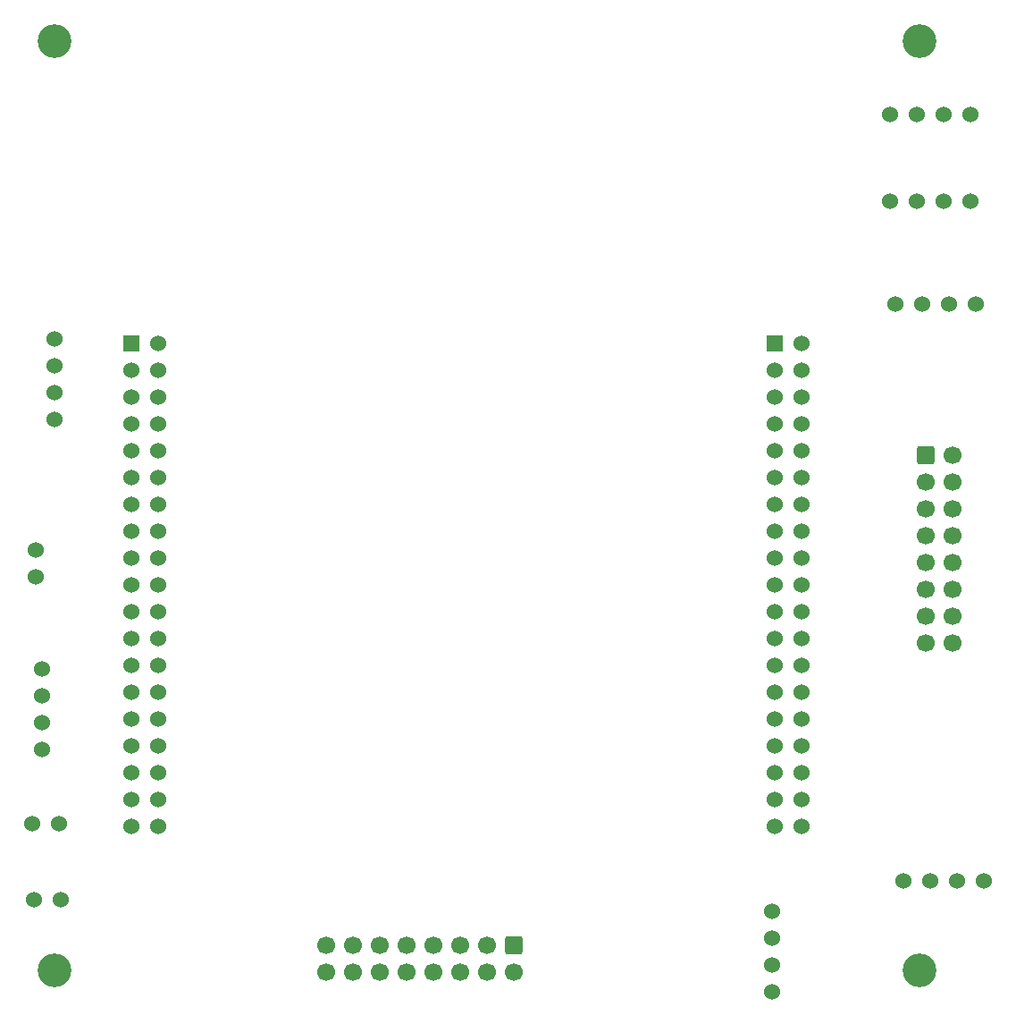
<source format=gbr>
G04 #@! TF.GenerationSoftware,KiCad,Pcbnew,(6.0.1)*
G04 #@! TF.CreationDate,2022-02-06T22:35:07+01:00*
G04 #@! TF.ProjectId,CartePrincipaleR1,43617274-6550-4726-996e-636970616c65,rev?*
G04 #@! TF.SameCoordinates,Original*
G04 #@! TF.FileFunction,Soldermask,Bot*
G04 #@! TF.FilePolarity,Negative*
%FSLAX46Y46*%
G04 Gerber Fmt 4.6, Leading zero omitted, Abs format (unit mm)*
G04 Created by KiCad (PCBNEW (6.0.1)) date 2022-02-06 22:35:07*
%MOMM*%
%LPD*%
G01*
G04 APERTURE LIST*
G04 Aperture macros list*
%AMRoundRect*
0 Rectangle with rounded corners*
0 $1 Rounding radius*
0 $2 $3 $4 $5 $6 $7 $8 $9 X,Y pos of 4 corners*
0 Add a 4 corners polygon primitive as box body*
4,1,4,$2,$3,$4,$5,$6,$7,$8,$9,$2,$3,0*
0 Add four circle primitives for the rounded corners*
1,1,$1+$1,$2,$3*
1,1,$1+$1,$4,$5*
1,1,$1+$1,$6,$7*
1,1,$1+$1,$8,$9*
0 Add four rect primitives between the rounded corners*
20,1,$1+$1,$2,$3,$4,$5,0*
20,1,$1+$1,$4,$5,$6,$7,0*
20,1,$1+$1,$6,$7,$8,$9,0*
20,1,$1+$1,$8,$9,$2,$3,0*%
G04 Aperture macros list end*
%ADD10C,1.524000*%
%ADD11C,3.200000*%
%ADD12R,1.530000X1.530000*%
%ADD13C,1.530000*%
%ADD14RoundRect,0.250000X-0.600000X0.600000X-0.600000X-0.600000X0.600000X-0.600000X0.600000X0.600000X0*%
%ADD15C,1.700000*%
%ADD16RoundRect,0.250000X-0.600000X-0.600000X0.600000X-0.600000X0.600000X0.600000X-0.600000X0.600000X0*%
G04 APERTURE END LIST*
D10*
X151110000Y-120500000D03*
X148570000Y-120500000D03*
X146030000Y-120500000D03*
X143490000Y-120500000D03*
X142190000Y-56200000D03*
X144730000Y-56200000D03*
X147270000Y-56200000D03*
X149810000Y-56200000D03*
D11*
X145000000Y-129000000D03*
D10*
X149810000Y-48000000D03*
X147270000Y-48000000D03*
X144730000Y-48000000D03*
X142190000Y-48000000D03*
D11*
X63000000Y-41000000D03*
D10*
X63000000Y-76810000D03*
X63000000Y-74270000D03*
X63000000Y-71730000D03*
X63000000Y-69190000D03*
X142700000Y-65900000D03*
X145240000Y-65900000D03*
X147780000Y-65900000D03*
X150320000Y-65900000D03*
D12*
X70350000Y-69690000D03*
D13*
X72890000Y-69690000D03*
X70350000Y-72230000D03*
X72890000Y-72230000D03*
X70350000Y-74770000D03*
X72890000Y-74770000D03*
X70350000Y-77310000D03*
X72890000Y-77310000D03*
X70350000Y-79850000D03*
X72890000Y-79850000D03*
X70350000Y-82390000D03*
X72890000Y-82390000D03*
X70350000Y-84930000D03*
X72890000Y-84930000D03*
X70350000Y-87470000D03*
X72890000Y-87470000D03*
X70350000Y-90010000D03*
X72890000Y-90010000D03*
X70350000Y-92550000D03*
X72890000Y-92550000D03*
X70350000Y-95090000D03*
X72890000Y-95090000D03*
X70350000Y-97630000D03*
X72890000Y-97630000D03*
X70350000Y-100170000D03*
X72890000Y-100170000D03*
X70350000Y-102710000D03*
X72890000Y-102710000D03*
X70350000Y-105250000D03*
X72890000Y-105250000D03*
X70350000Y-107790000D03*
X72890000Y-107790000D03*
X70350000Y-110330000D03*
X72890000Y-110330000D03*
X70350000Y-112870000D03*
X72890000Y-112870000D03*
X70350000Y-115410000D03*
X72890000Y-115410000D03*
D12*
X131310000Y-69690000D03*
D13*
X133850000Y-69690000D03*
X131310000Y-72230000D03*
X133850000Y-72230000D03*
X131310000Y-74770000D03*
X133850000Y-74770000D03*
X131310000Y-77310000D03*
X133850000Y-77310000D03*
X131310000Y-79850000D03*
X133850000Y-79850000D03*
X131310000Y-82390000D03*
X133850000Y-82390000D03*
X131310000Y-84930000D03*
X133850000Y-84930000D03*
X131310000Y-87470000D03*
X133850000Y-87470000D03*
X131310000Y-90010000D03*
X133850000Y-90010000D03*
X131310000Y-92550000D03*
X133850000Y-92550000D03*
X131310000Y-95090000D03*
X133850000Y-95090000D03*
X131310000Y-97630000D03*
X133850000Y-97630000D03*
X131310000Y-100170000D03*
X133850000Y-100170000D03*
X131310000Y-102710000D03*
X133850000Y-102710000D03*
X131310000Y-105250000D03*
X133850000Y-105250000D03*
X131310000Y-107790000D03*
X133850000Y-107790000D03*
X131310000Y-110330000D03*
X133850000Y-110330000D03*
X131310000Y-112870000D03*
X133850000Y-112870000D03*
X131310000Y-115410000D03*
X133850000Y-115410000D03*
D10*
X61300000Y-89230000D03*
X61300000Y-91770000D03*
X131000000Y-131010000D03*
X131000000Y-128470000D03*
X131000000Y-125930000D03*
X131000000Y-123390000D03*
D11*
X63000000Y-129000000D03*
D10*
X63470000Y-115100000D03*
X60930000Y-115100000D03*
D11*
X145000000Y-41000000D03*
D14*
X106600000Y-126600000D03*
D15*
X106600000Y-129140000D03*
X104060000Y-126600000D03*
X104060000Y-129140000D03*
X101520000Y-126600000D03*
X101520000Y-129140000D03*
X98980000Y-126600000D03*
X98980000Y-129140000D03*
X96440000Y-126600000D03*
X96440000Y-129140000D03*
X93900000Y-126600000D03*
X93900000Y-129140000D03*
X91360000Y-126600000D03*
X91360000Y-129140000D03*
X88820000Y-126600000D03*
X88820000Y-129140000D03*
D16*
X145600000Y-80200000D03*
D15*
X148140000Y-80200000D03*
X145600000Y-82740000D03*
X148140000Y-82740000D03*
X145600000Y-85280000D03*
X148140000Y-85280000D03*
X145600000Y-87820000D03*
X148140000Y-87820000D03*
X145600000Y-90360000D03*
X148140000Y-90360000D03*
X145600000Y-92900000D03*
X148140000Y-92900000D03*
X145600000Y-95440000D03*
X148140000Y-95440000D03*
X145600000Y-97980000D03*
X148140000Y-97980000D03*
D10*
X61832000Y-100490000D03*
X61832000Y-103030000D03*
X61832000Y-105570000D03*
X61832000Y-108110000D03*
X63670000Y-122300000D03*
X61130000Y-122300000D03*
M02*

</source>
